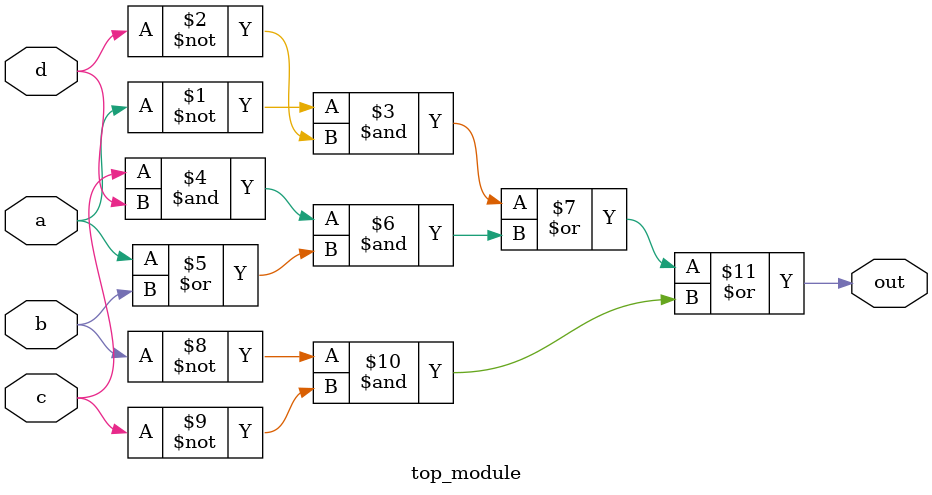
<source format=v>
module top_module(
    input a,
    input b,
    input c,
    input d,
    output out  ); 
    assign out = (~a&~d)|(c&d&(a|b))|(~b&~c); // SOP form
endmodule

</source>
